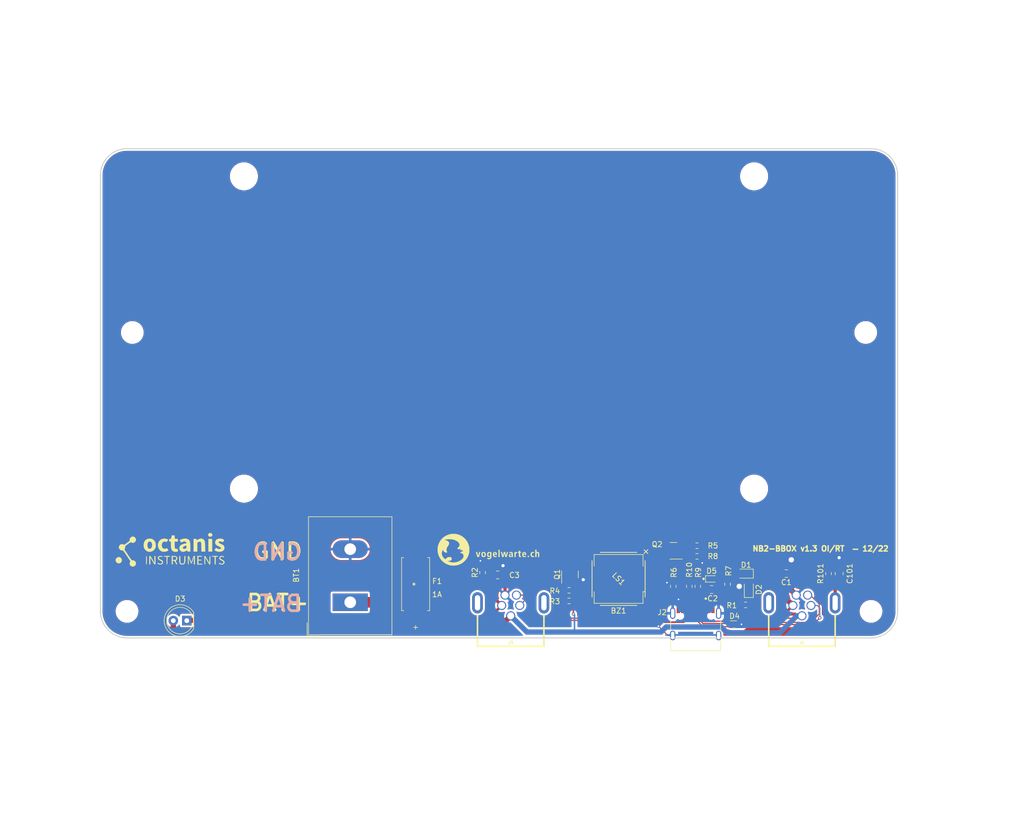
<source format=kicad_pcb>
(kicad_pcb (version 20211014) (generator pcbnew)
  (title_block (title "NB2-Battery Box") (date "2022-12-22") (rev "1.3") (company "Octanis Instruments GmbH"))
  (layers (0 "F.Cu" signal) (31 "B.Cu" signal) (34 "B.Paste" user) (35 "F.Paste" user) (36 "B.SilkS" user "B.Silkscreen") (37 "F.SilkS" user "F.Silkscreen") (38 "B.Mask" user) (39 "F.Mask" user) (44 "Edge.Cuts" user))
  (net 0 "")
  (net 1 "GND")
  (net 2 "+5V")
  (net 3 "USER_GPIO")
  (net 4 "BAT_IN")
  (net 5 "USB_PORT_D+")
  (net 6 "USB_PORT_D-")
  (net 7 "Net-(D2-Pad1)")
  (net 8 "Net-(J2-PadB5)")
  (net 10 "Net-(J2-PadA5)")
  (net 12 "Net-(D3-Pad1)")
  (net 13 "Net-(Q1-Pad1)")
  (net 14 "Net-(BZ1-Pad1)")
  (net 15 "Net-(BZ1-Pad2)")
  (net 16 "Net-(Q2-Pad2)")
  (net 17 "USB_PORT2_D-")
  (net 18 "USB_PORT2_D+")
  (net 19 "Earth")
  (net 20 "Net-(BT1-Pad1)")
  (footprint "MountingHole:MountingHole_3.5mm" (layer "F.Cu") (at 227.8195 116.395621)
    (fp_text reference "H2" hide)
    (fp_text value "MountingHole_Pad")
    (pad "" np_thru_hole circle locked (at 0 0) (size 3.5 3.5) (drill 3.5) (layers *.Cu *.Mask))
  )
  (footprint "lib_fp:VogelwarteLogo3" (layer "F.Cu") (at 155.8195 104.785621)
    (fp_text reference "LOGO1" hide)
    (fp_text value "Logo_Open_Hardware_Small" hide)
  )
  (footprint "lib_fp:M8-5pin_2.9mm_hole" (layer "F.Cu") (at 214.8195 115.285621)
    (fp_text reference "J1" (at 0 7) (layer "F.SilkS") (effects (font (size 0.5 0.5) (thickness 0.125))))
    (fp_text value "FC-M8-5")
    (pad "1" thru_hole circle locked (at -1.7 0) (size 1.7 1.7) (drill 1.3) (layers *.Cu *.Mask) (net 4 "BAT_IN"))
    (pad "2" thru_hole circle locked (at -1.075 -1.95) (size 1.7 1.7) (drill 1.3) (layers *.Cu *.Mask) (net 1 "GND"))
    (pad "3" thru_hole circle locked (at 1.7 0) (size 1.7 1.7) (drill 1.3) (layers *.Cu *.Mask) (net 6 "USB_PORT_D-"))
    (pad "4" thru_hole circle locked (at 1.075 -1.95) (size 1.7 1.7) (drill 1.3) (layers *.Cu *.Mask) (net 5 "USB_PORT_D+"))
    (pad "5" thru_hole circle locked (at 0 1.95) (size 1.7 1.7) (drill 1.3) (layers *.Cu *.Mask) (net 3 "USER_GPIO"))
    (pad "SH" thru_hole oval locked (at 6.25 -0.5) (size 2 4) (drill oval 1 2.9) (layers *.Cu *.Mask))
    (pad "SH" thru_hole oval locked (at -6.25 -0.5) (size 2 4) (drill oval 1 2.9) (layers *.Cu *.Mask))
  )
  (footprint "Capacitor_SMD:C_0805_2012Metric" (layer "F.Cu") (at 211.882 109.285621 180)
    (fp_text reference "C1" (at 0 -1.65) (layer "F.SilkS"))
    (fp_text value "10u")
    (pad "1" smd roundrect locked (at -0.9375 0 180) (size 0.975 1.4) (layers "F.Cu" "F.Paste" "F.Mask") (net 1 "GND"))
    (pad "2" smd roundrect locked (at 0.9375 0 180) (size 0.975 1.4) (layers "F.Cu" "F.Paste" "F.Mask") (net 4 "BAT_IN"))
  )
  (footprint "lib_fp_global:oi_logo_small" (layer "F.Cu") (at 95.8195 104.785621)
    (fp_text reference "G1" hide)
    (fp_text value "LOGO" hide)
  )
  (footprint "Capacitor_SMD:C_0805_2012Metric" (layer "F.Cu") (at 221.8195 109.285621 90)
    (fp_text reference "C101" (at 0 2 90) (layer "F.SilkS"))
    (fp_text value "DNP")
    (pad "1" smd roundrect locked (at -0.95 0 90) (size 1 1.45) (layers "F.Cu" "F.Paste" "F.Mask") (net 19 "Earth"))
    (pad "2" smd roundrect locked (at 0.95 0 90) (size 1 1.45) (layers "F.Cu" "F.Paste" "F.Mask") (net 1 "GND"))
  )
  (footprint "Resistor_SMD:R_0603_1608Metric" (layer "F.Cu") (at 204.2195 115.185621)
    (fp_text reference "R1" (at -2.6 0.1) (layer "F.SilkS"))
    (fp_text value "1k")
    (pad "1" smd roundrect locked (at -0.825 0) (size 0.8 0.95) (layers "F.Cu" "F.Paste" "F.Mask") (net 7 "Net-(D2-Pad1)"))
    (pad "2" smd roundrect locked (at 0.825 0) (size 0.8 0.95) (layers "F.Cu" "F.Paste" "F.Mask") (net 3 "USER_GPIO"))
  )
  (footprint "Package_TO_SOT_SMD:SOT-23" (layer "F.Cu") (at 171.1695 109.435621 90)
    (fp_text reference "Q1" (at 0 -2.4 90) (layer "F.SilkS"))
    (fp_text value "NMOS 30V 4A")
    (pad "1" smd roundrect locked (at -0.9375 -0.95 90) (size 1.475 0.6) (layers "F.Cu" "F.Paste" "F.Mask") (net 13 "Net-(Q1-Pad1)"))
    (pad "2" smd roundrect locked (at -0.9375 0.95 90) (size 1.475 0.6) (layers "F.Cu" "F.Paste" "F.Mask") (net 1 "GND"))
    (pad "3" smd roundrect locked (at 0.9375 0 90) (size 1.475 0.6) (layers "F.Cu" "F.Paste" "F.Mask") (net 15 "Net-(BZ1-Pad2)"))
  )
  (footprint "MountingHole:MountingHole_3.5mm" (layer "F.Cu") (at 226.8195 63.885621)
    (fp_text reference "H4" hide)
    (fp_text value "MountingHole_Pad")
    (pad "" np_thru_hole circle locked (at 0 0) (size 3.5 3.5) (drill 3.5) (layers *.Cu *.Mask))
  )
  (footprint "Package_TO_SOT_SMD:SOT-23" (layer "F.Cu") (at 190.632 104.985621 180)
    (fp_text reference "Q2" (at 3.0625 1.2) (layer "F.SilkS"))
    (fp_text value "PMOS 20V 3A")
    (pad "1" smd roundrect locked (at -0.9375 -0.95 180) (size 1.475 0.6) (layers "F.Cu" "F.Paste" "F.Mask") (net 2 "+5V"))
    (pad "2" smd roundrect locked (at -0.9375 0.95 180) (size 1.475 0.6) (layers "F.Cu" "F.Paste" "F.Mask") (net 16 "Net-(Q2-Pad2)"))
    (pad "3" smd roundrect locked (at 0.9375 0 180) (size 1.475 0.6) (layers "F.Cu" "F.Paste" "F.Mask") (net 14 "Net-(BZ1-Pad1)"))
  )
  (footprint "Capacitor_SMD:C_0805_2012Metric" (layer "F.Cu") (at 157.5695 109.535621 180)
    (fp_text reference "C3" (at -3.15 -0.05) (layer "F.SilkS"))
    (fp_text value "10u")
    (pad "1" smd roundrect locked (at -0.95 0 180) (size 1 1.45) (layers "F.Cu" "F.Paste" "F.Mask") (net 1 "GND"))
    (pad "2" smd roundrect locked (at 0.95 0 180) (size 1 1.45) (layers "F.Cu" "F.Paste" "F.Mask") (net 4 "BAT_IN"))
  )
  (footprint "Resistor_SMD:R_0603_1608Metric" (layer "F.Cu") (at 195.0695 104.035621 180)
    (fp_text reference "R5" (at -3 0) (layer "F.SilkS"))
    (fp_text value "0R")
    (pad "1" smd roundrect locked (at -0.825 0 180) (size 0.8 0.95) (layers "F.Cu" "F.Paste" "F.Mask") (net 4 "BAT_IN"))
    (pad "2" smd roundrect locked (at 0.825 0 180) (size 0.8 0.95) (layers "F.Cu" "F.Paste" "F.Mask") (net 16 "Net-(Q2-Pad2)"))
  )
  (footprint "MountingHole:MountingHole_4.5mm" (layer "F.Cu") (at 205.8195 93.285621)
    (fp_text reference "H5" hide)
    (fp_text value "MountingHole_Pad")
    (pad "" np_thru_hole circle locked (at 0 0) (size 4.5 4.5) (drill 4.5) (layers *.Cu *.Mask))
  )
  (footprint "MountingHole:MountingHole_3.5mm" (layer "F.Cu") (at 87.8195 116.395621)
    (fp_text reference "H8" hide)
    (fp_text value "MountingHole_Pad")
    (pad "" np_thru_hole circle locked (at 0 0) (size 3.5 3.5) (drill 3.5) (layers *.Cu *.Mask))
  )
  (footprint "MountingHole:MountingHole_4.5mm" (layer "F.Cu") (at 109.8195 93.285621)
    (fp_text reference "H7" hide)
    (fp_text value "MountingHole_Pad")
    (pad "" np_thru_hole circle locked (at 0 0) (size 4.5 4.5) (drill 4.5) (layers *.Cu *.Mask))
  )
  (footprint "LED_THT:LED_D5.0mm" (layer "F.Cu") (at 99.0695 118.135621 180)
    (fp_text reference "D3" (at 1.25 4.1) (layer "F.SilkS"))
    (fp_text value "Red LED")
    (pad "1" thru_hole rect locked (at 0 0 180) (size 1.8 1.8) (drill 0.9) (layers *.Cu *.Mask) (net 12 "Net-(D3-Pad1)"))
    (pad "2" thru_hole circle locked (at 2.54 0 180) (size 1.8 1.8) (drill 0.9) (layers *.Cu *.Mask) (net 3 "USER_GPIO"))
  )
  (footprint "Resistor_SMD:R_0603_1608Metric" (layer "F.Cu") (at 219.8195 109.285621 -90)
    (fp_text reference "R101" (at 0 1.5 90) (layer "F.SilkS"))
    (fp_text value "DNP")
    (pad "1" smd roundrect locked (at -0.825 0 270) (size 0.8 0.95) (layers "F.Cu" "F.Paste" "F.Mask") (net 1 "GND"))
    (pad "2" smd roundrect locked (at 0.825 0 270) (size 0.8 0.95) (layers "F.Cu" "F.Paste" "F.Mask") (net 19 "Earth"))
  )
  (footprint "Resistor_SMD:R_0603_1608Metric" (layer "F.Cu") (at 193.6195 111.685621 90)
    (fp_text reference "R10" (at 3.1 0 90) (layer "F.SilkS"))
    (fp_text value "DNP")
    (pad "1" smd roundrect locked (at -0.825 0 90) (size 0.8 0.95) (layers "F.Cu" "F.Paste" "F.Mask") (net 6 "USB_PORT_D-"))
    (pad "2" smd roundrect locked (at 0.825 0 90) (size 0.8 0.95) (layers "F.Cu" "F.Paste" "F.Mask") (net 17 "USB_PORT2_D-"))
  )
  (footprint "lib_fp:M8-5pin_2.9mm_hole" (layer "F.Cu") (at 160.0195 115.285621)
    (fp_text reference "J3" (at 0 7) (layer "F.SilkS") (effects (font (size 0.5 0.5) (thickness 0.125))))
    (fp_text value "FC-M8-5")
    (pad "1" thru_hole circle (at -1.7 0) (size 1.7 1.7) (drill 1.3) (layers *.Cu *.Mask) (net 4 "BAT_IN"))
    (pad "2" thru_hole circle (at -1.075 -1.95) (size 1.7 1.7) (drill 1.3) (layers *.Cu *.Mask) (net 1 "GND"))
    (pad "3" thru_hole circle (at 1.7 0) (size 1.7 1.7) (drill 1.3) (layers *.Cu *.Mask) (net 17 "USB_PORT2_D-"))
    (pad "4" thru_hole circle (at 1.075 -1.95) (size 1.7 1.7) (drill 1.3) (layers *.Cu *.Mask) (net 18 "USB_PORT2_D+"))
    (pad "5" thru_hole circle (at 0 1.95) (size 1.7 1.7) (drill 1.3) (layers *.Cu *.Mask) (net 3 "USER_GPIO"))
    (pad "SH" thru_hole oval (at -6.25 -0.5) (size 2 4) (drill oval 1 2.9) (layers *.Cu *.Mask))
    (pad "SH" thru_hole oval (at 6.25 -0.5) (size 2 4) (drill oval 1 2.9) (layers *.Cu *.Mask))
  )
  (footprint "TerminalBlock_Dinkle:TerminalBlock_Dinkle_DT-55-B01X-02_P10.00mm" (layer "F.Cu") (at 129.8195 114.685621 90)
    (fp_text reference "BT1" (at 5.08 -10.16 90) (layer "F.SilkS"))
    (fp_text value "Battery-4xNiMH")
    (pad "1" thru_hole rect locked (at 0 0 90) (size 3.3 6.6) (drill 2.2) (layers *.Cu *.Mask) (net 20 "Net-(BT1-Pad1)"))
    (pad "2" thru_hole oval locked (at 10 0 90) (size 3.3 6.6) (drill 2.2) (layers *.Cu *.Mask) (net 1 "GND"))
  )
  (footprint "Resistor_SMD:R_0603_1608Metric" (layer "F.Cu") (at 154.7195 109.085621 90)
    (fp_text reference "R2" (at 0 -1.43 90) (layer "F.SilkS"))
    (fp_text value "430R")
    (pad "1" smd roundrect locked (at -0.825 0 90) (size 0.8 0.95) (layers "F.Cu" "F.Paste" "F.Mask") (net 12 "Net-(D3-Pad1)"))
    (pad "2" smd roundrect locked (at 0.825 0 90) (size 0.8 0.95) (layers "F.Cu" "F.Paste" "F.Mask") (net 1 "GND"))
  )
  (footprint "MountingHole:MountingHole_3.5mm" (layer "F.Cu") (at 88.819499 63.885621)
    (fp_text reference "H6" hide)
    (fp_text value "MountingHole_Pad")
    (pad "" np_thru_hole circle locked (at 0 0) (size 3.5 3.5) (drill 3.5) (layers *.Cu *.Mask))
  )
  (footprint "Diode_SMD:D_SOD-323" (layer "F.Cu") (at 204.1695 109.285621 180)
    (fp_text reference "D1" (at -0.15 1.625) (layer "F.SilkS"))
    (fp_text value "DNP")
    (pad "1" smd rect locked (at -1.05 0 180) (size 0.6 0.45) (layers "F.Cu" "F.Paste" "F.Mask") (net 4 "BAT_IN"))
    (pad "2" smd rect locked (at 1.05 0 180) (size 0.6 0.45) (layers "F.Cu" "F.Paste" "F.Mask") (net 2 "+5V"))
  )
  (footprint "lib_fp:SMT-0931-S-R" (layer "F.Cu") (at 180.3195 110.285621 -45)
    (fp_text reference "LS1" (at 0 0 135) (layer "F.SilkS"))
    (fp_text value "SMT-0931-S-R")
    (pad "1" smd rect locked (at 0 -5.3594 315) (size 2 2) (layers "F.Cu" "F.Paste" "F.Mask") (net 14 "Net-(BZ1-Pad1)"))
    (pad "2" smd rect locked (at 5.3594 0 45) (size 2 2) (layers "F.Cu" "F.Paste" "F.Mask") (net 14 "Net-(BZ1-Pad1)"))
    (pad "3" smd rect locked (at 0 5.3594 315) (size 2 2) (layers "F.Cu" "F.Paste" "F.Mask") (net 15 "Net-(BZ1-Pad2)"))
    (pad "4" smd rect locked (at -5.3594 0 45) (size 2 2) (layers "F.Cu" "F.Paste" "F.Mask") (net 15 "Net-(BZ1-Pad2)"))
  )
  (footprint "Capacitor_SMD:C_0805_2012Metric" (layer "F.Cu") (at 197.8195 112.285621)
    (fp_text reference "C2" (at 0.2 1.7) (layer "F.SilkS"))
    (fp_text value "10u")
    (pad "1" smd roundrect locked (at -0.95 0) (size 1 1.45) (layers "F.Cu" "F.Paste" "F.Mask") (net 2 "+5V"))
    (pad "2" smd roundrect locked (at 0.95 0) (size 1 1.45) (layers "F.Cu" "F.Paste" "F.Mask") (net 1 "GND"))
  )
  (footprint "Buzzer_Beeper:Buzzer_CUI_CPT-9019S-SMT" (layer "F.Cu") (at 180.3195 110.285621 180)
    (fp_text reference "BZ1" (at 0 -6) (layer "F.SilkS"))
    (fp_text value "DNP")
    (pad "1" smd rect (at -4 0 180) (size 2 3) (layers "F.Cu" "F.Paste" "F.Mask") (net 14 "Net-(BZ1-Pad1)"))
    (pad "2" smd rect (at 4 0 180) (size 2 3) (layers "F.Cu" "F.Paste" "F.Mask") (net 15 "Net-(BZ1-Pad2)"))
  )
  (footprint "Resistor_SMD:R_0603_1608Metric" (layer "F.Cu") (at 195.2195 111.685621 90)
    (fp_text reference "R9" (at 2.6 0.1 90) (layer "F.SilkS"))
    (fp_text value "DNP")
    (pad "1" smd roundrect locked (at -0.825 0 90) (size 0.8 0.95) (layers "F.Cu" "F.Paste" "F.Mask") (net 5 "USB_PORT_D+"))
    (pad "2" smd roundrect locked (at 0.825 0 90) (size 0.8 0.95) (layers "F.Cu" "F.Paste" "F.Mask") (net 18 "USB_PORT2_D+"))
  )
  (footprint "Resistor_SMD:R_0603_1608Metric" (layer "F.Cu") (at 190.6195 111.685621 -90)
    (fp_text reference "R6" (at -2.6 -0.1 90) (layer "F.SilkS"))
    (fp_text value "5k1")
    (pad "1" smd roundrect locked (at -0.825 0 270) (size 0.8 0.95) (layers "F.Cu" "F.Paste" "F.Mask") (net 1 "GND"))
    (pad "2" smd roundrect locked (at 0.825 0 270) (size 0.8 0.95) (layers "F.Cu" "F.Paste" "F.Mask") (net 10 "Net-(J2-PadA5)"))
  )
  (footprint "Resistor_SMD:R_0603_1608Metric" (layer "F.Cu") (at 170.9945 114.435621 180)
    (fp_text reference "R3" (at 2.675 -0.1) (layer "F.SilkS"))
    (fp_text value "0R")
    (pad "1" smd roundrect locked (at -0.825 0 180) (size 0.8 0.95) (layers "F.Cu" "F.Paste" "F.Mask") (net 3 "USER_GPIO"))
    (pad "2" smd roundrect locked (at 0.825 0 180) (size 0.8 0.95) (layers "F.Cu" "F.Paste" "F.Mask") (net 13 "Net-(Q1-Pad1)"))
  )
  (footprint "lib_fp:USB_C_Receptacle_HRO_TYPE-C-31-M-12" (layer "F.Cu") (at 194.8195 119.885621)
    (fp_text reference "J2" (at -6.3 -3.3) (layer "F.SilkS"))
    (fp_text value "USB_C_Receptacle_USB2.0")
    (pad "" np_thru_hole circle locked (at -2.89 -2.63) (size 0.65 0.65) (drill 0.65) (layers *.Cu *.Mask))
    (pad "" np_thru_hole circle locked (at 2.89 -2.63) (size 0.65 0.65) (drill 0.65) (layers *.Cu *.Mask))
    (pad "A1" smd rect locked (at -3.25 -3.895) (size 0.6 1.45) (layers "F.Cu" "F.Paste" "F.Mask") (net 1 "GND"))
    (pad "A4" smd rect locked (at -2.45 -3.895) (size 0.6 1.45) (layers "F.Cu" "F.Paste" "F.Mask") (net 2 "+5V"))
    (pad "A5" smd rect locked (at -1.25 -3.895) (size 0.3 1.45) (layers "F.Cu" "F.Paste" "F.Mask") (net 10 "Net-(J2-PadA5)"))
    (pad "A6" smd rect locked (at -0.25 -3.895) (size 0.3 1.45) (layers "F.Cu" "F.Paste" "F.Mask") (net 5 "USB_PORT_D+"))
    (pad "A7" smd rect locked (at 0.25 -3.895) (size 0.3 1.45) (layers "F.Cu" "F.Paste" "F.Mask") (net 6 "USB_PORT_D-"))
    (pad "A8" smd rect locked (at 1.25 -3.895) (size 0.3 1.45) (layers "F.Cu" "F.Paste" "F.Mask"))
    (pad "A9" smd rect locked (at 2.45 -3.895) (size 0.6 1.45) (layers "F.Cu" "F.Paste" "F.Mask") (net 2 "+5V"))
    (pad "A12" smd rect locked (at 3.25 -3.895) (size 0.6 1.45) (layers "F.Cu" "F.Paste" "F.Mask") (net 1 "GND"))
    (pad "B1" smd rect locked (at 3.25 -3.895) (size 0.6 1.45) (layers "F.Cu" "F.Paste" "F.Mask") (net 1 "GND"))
    (pad "B4" smd rect locked (at 2.45 -3.895) (size 0.6 1.45) (layers "F.Cu" "F.Paste" "F.Mask") (net 2 "+5V"))
    (pad "B5" smd rect locked (at 1.75 -3.895) (size 0.3 1.45) (layers "F.Cu" "F.Paste" "F.Mask") (net 8 "Net-(J2-PadB5)"))
    (pad "B6" smd rect locked (at 0.75 -3.895) (size 0.3 1.45) (layers "F.Cu" "F.Paste" "F.Mask") (net 5 "USB_PORT_D+"))
    (pad "B7" smd rect locked (at -0.75 -3.895) (size 0.3 1.45) (layers "F.Cu" "F.Paste" "F.Mask") (net 6 "USB_PORT_D-"))
    (pad "B8" smd rect locked (at -1.75 -3.895) (size 0.3 1.45) (layers "F.Cu" "F.Paste" "F.Mask"))
    (pad "B9" smd rect locked (at -2.45 -3.895) (size 0.6 1.45) (layers "F.Cu" "F.Paste" "F.Mask") (net 2 "+5V"))
    (pad "B12" smd rect locked (at -3.25 -3.895) (size 0.6 1.45) (layers "F.Cu" "F.Paste" "F.Mask") (net 1 "GND"))
    (pad "S1" thru_hole oval locked (at 4.32 1.05) (size 1 1.8) (drill oval 0.6 1.4) (layers *.Cu *.Mask) (net 1 "GND"))
    (pad "S1" thru_hole oval locked (at -4.32 1.05) (size 1 1.8) (drill oval 0.6 1.4) (layers *.Cu *.Mask) (net 1 "GND"))
    (pad "S1" thru_hole oval locked (at 4.32 -3.13) (size 1 2.1) (drill oval 0.6 1.7) (layers *.Cu *.Mask) (net 1 "GND"))
    (pad "S1" thru_hole oval locked (at -4.32 -3.13) (size 1 2.1) (drill oval 0.6 1.7) (layers *.Cu *.Mask) (net 1 "GND"))
  )
  (footprint "MountingHole:MountingHole_4.5mm" (layer "F.Cu") (at 205.8195 34.485621)
    (fp_text reference "H1" hide)
    (fp_text value "MountingHole_Pad")
    (pad "" np_thru_hole circle locked (at 0 0) (size 4.5 4.5) (drill 4.5) (layers *.Cu *.Mask))
  )
  (footprint "Diode_SMD:D_SOD-523" (layer "F.Cu") (at 197.8195 110.285621)
    (fp_text reference "D5" (at 0 -1.5) (layer "F.SilkS"))
    (fp_text value "TVS DIODE 12V 23.7V")
    (pad "1" smd rect locked (at -0.7 0 180) (size 0.6 0.7) (layers "F.Cu" "F.Paste" "F.Mask") (net 2 "+5V"))
    (pad "2" smd rect locked (at 0.7 0 180) (size 0.6 0.7) (layers "F.Cu" "F.Paste" "F.Mask") (net 1 "GND"))
  )
  (footprint "Diode_SMD:D_SOD-323" (layer "F.Cu") (at 204.8195 112.285621 90)
    (fp_text reference "D2" (at 0 1.9 90) (layer "F.SilkS"))
    (fp_text value "schottky")
    (pad "1" smd rect locked (at -1.05 0 90) (size 0.6 0.45) (layers "F.Cu" "F.Paste" "F.Mask") (net 7 "Net-(D2-Pad1)"))
    (pad "2" smd rect locked (at 1.05 0 90) (size 0.6 0.45) (layers "F.Cu" "F.Paste" "F.Mask") (net 2 "+5V"))
  )
  (footprint "Resistor_SMD:R_0603_1608Metric" (layer "F.Cu") (at 170.9945 112.435621)
    (fp_text reference "R4" (at -2.675 0.1) (layer "F.SilkS"))
    (fp_text value "5k1")
    (pad "1" smd roundrect locked (at -0.825 0) (size 0.8 0.95) (layers "F.Cu" "F.Paste" "F.Mask") (net 13 "Net-(Q1-Pad1)"))
    (pad "2" smd roundrect locked (at 0.825 0) (size 0.8 0.95) (layers "F.Cu" "F.Paste" "F.Mask") (net 1 "GND"))
  )
  (footprint "lib_fp:0154001.DR" (layer "F.Cu") (at 142.1295 111.265621 90)
    (fp_text reference "F1" (at 0.54 4.04 180) (layer "F.SilkS"))
    (fp_text value "1A" (at -1.94 4.02 180) (layer "F.SilkS"))
    (fp_text user "*" (at 0 0 90) (layer "F.SilkS"))
    (pad "1" smd rect locked (at -3.1877 0 90) (size 4.2418 3.81) (layers "F.Cu" "F.Paste" "F.Mask") (net 20 "Net-(BT1-Pad1)"))
    (pad "2" smd rect locked (at 3.1877 0 90) (size 4.2418 3.81) (layers "F.Cu" "F.Paste" "F.Mask") (net 4 "BAT_IN"))
  )
  (footprint "Resistor_SMD:R_0603_1608Metric" (layer "F.Cu") (at 195.0695 106.035621)
    (fp_text reference "R8" (at 3 0) (layer "F.SilkS"))
    (fp_text value "5k1")
    (pad "1" smd roundrect locked (at -0.825 0) (size 0.8 0.95) (layers "F.Cu" "F.Paste" "F.Mask") (net 2 "+5V"))
    (pad "2" smd roundrect locked (at 0.825 0) (size 0.8 0.95) (layers "F.Cu" "F.Paste" "F.Mask") (net 1 "GND"))
  )
  (footprint "MountingHole:MountingHole_4.5mm" (layer "F.Cu") (at 109.8195 34.485621)
    (fp_text reference "H3" hide)
    (fp_text value "MountingHole_Pad")
    (pad "" np_thru_hole circle locked (at 0 0) (size 4.5 4.5) (drill 4.5) (layers *.Cu *.Mask))
  )
  (footprint "Resistor_SMD:R_0603_1608Metric" (layer "F.Cu") (at 200.8195 111.285621 -90)
    (fp_text reference "R7" (at -2.5 -0.2 90) (layer "F.SilkS"))
    (fp_text value "5k1")
    (pad "1" smd roundrect locked (at -0.825 0 270) (size 0.8 0.95) (layers "F.Cu" "F.Paste" "F.Mask") (net 1 "GND"))
    (pad "2" smd roundrect locked (at 0.825 0 270) (size 0.8 0.95) (layers "F.Cu" "F.Paste" "F.Mask") (net 8 "Net-(J2-PadB5)"))
  )
  (footprint "Package_TO_SOT_SMD:SOT-723" (layer "F.Cu") (at 202.0445 118.885621)
    (fp_text reference "D4" (at 0.1 -1.6) (layer "F.SilkS"))
    (fp_text value "DNP")
    (pad "1" smd rect locked (at -0.575 -0.4) (size 0.45 0.4) (layers "F.Cu" "F.Paste" "F.Mask") (net 5 "USB_PORT_D+"))
    (pad "2" smd rect locked (at -0.575 0.4) (size 0.45 0.4) (layers "F.Cu" "F.Paste" "F.Mask") (net 6 "USB_PORT_D-"))
    (pad "3" smd rect locked (at 0.575 0) (size 0.45 0.5) (layers "F.Cu" "F.Paste" "F.Mask") (net 1 "GND"))
  )
  (gr_line (start 227.8195 121.395621) (end 87.8195 121.395621) (layer "Edge.Cuts") (width 0.2))
  (gr_line (start 232.8195 34.285621) (end 232.8195 116.395621) (layer "Edge.Cuts") (width 0.2))
  (gr_line (start 82.8195 116.395621) (end 82.8195 34.285621) (layer "Edge.Cuts") (width 0.2))
  (gr_arc (start 82.8195 34.285621) (mid 84.283966 30.750087) (end 87.8195 29.285621) (layer "Edge.Cuts") (width 0.2))
  (gr_arc (start 232.8195 116.395621) (mid 231.355034 119.931155) (end 227.8195 121.395621) (layer "Edge.Cuts") (width 0.2))
  (gr_arc (start 227.8195 29.285621) (mid 231.355034 30.750087) (end 232.8195 34.285621) (layer "Edge.Cuts") (width 0.2))
  (gr_arc (start 87.8195 121.395621) (mid 84.283966 119.931155) (end 82.8195 116.395621) (layer "Edge.Cuts") (width 0.2))
  (gr_line (start 87.8195 29.285621) (end 227.8195 29.285621) (layer "Edge.Cuts") (width 0.2))
  (gr_text "GND\n\nBAT+" (at 120.9695 110.085621) (layer "B.SilkS") (effects (font (size 3 3) (thickness 0.5)) (justify left mirror)))
  (gr_text "." (at 197.3245 113.995621 270) (layer "F.SilkS") (effects (font (size 1.5 1.5) (thickness 0.3))))
  (gr_text "NB2-BBOX v1.3 OI/RT  — 12/22\n" (at 218.3195 104.585621) (layer "F.SilkS") (effects (font (size 1 1) (thickness 0.25))))
  (gr_text "." (at 196.2945 109.660621) (layer "F.SilkS") (effects (font (size 1.5 1.5) (thickness 0.3))))
  (gr_text "GND\n\nBAT+" (at 116.1945 109.935621) (layer "F.SilkS") (effects (font (size 3 3) (thickness 0.5))))
  (segment (start 202.6195 118.885621) (end 203.394511 118.885621) (width 0.2) (layer "F.Cu") (net 1))
  (segment (start 203.394511 118.885621) (end 203.4445 118.835632) (width 0.2) (layer "F.Cu") (net 1))
  (segment (start 198.0695 112.985621) (end 198.7695 112.285621) (width 0.3) (layer "F.Cu") (net 1))
  (segment (start 173.607 110.373121) (end 173.6695 110.435621) (width 0.5) (layer "F.Cu") (net 1))
  (segment (start 189.5695 120.935621) (end 187.8195 119.185621) (width 0.2) (layer "F.Cu") (net 1))
  (segment (start 212.8195 109.285621) (end 212.8195 106.685621) (width 1) (layer "F.Cu") (net 1))
  (segment (start 171.8195 112.435621) (end 171.8195 110.673121) (width 0.5) (layer "F.Cu") (net 1))
  (segment (start 171.8195 110.673121) (end 172.1195 110.373121) (width 0.5) (layer "F.Cu") (net 1))
  (segment (start 195.8945 106.035621) (end 195.8945 107.110621) (width 0.2) (layer "F.Cu") (net 1))
  (segment (start 221.8195 108.335621) (end 221.8195 106.285621) (width 0.6) (layer "F.Cu") (net 1))
  (segment (start 158.9445 109.960621) (end 158.5195 109.535621) (width 0.6) (layer "F.Cu") (net 1))
  (segment (start 195.8945 107.110621) (end 196.0695 107.285621) (width 0.2) (layer "F.Cu") (net 1))
  (segment (start 190.4995 120.935621) (end 189.5695 120.935621) (width 0.2) (layer "F.Cu") (net 1))
  (segment (start 190.6195 110.860621) (end 189.5445 110.860621) (width 0.2) (layer "F.Cu") (net 1))
  (segment (start 200.6445 110.285621) (end 200.8195 110.460621) (width 1) (layer "F.Cu") (net 1))
  (segment (start 212.8195 109.285621) (end 212.8195 112.410621) (width 1) (layer "F.Cu") (net 1))
  (segment (start 198.669509 110.43563) (end 198.5195 110.43563) (width 1) (layer "F.Cu") (net 1))
  (segment (start 191.5695 115.990621) (end 191.5695 114.160621) (width 0.3) (layer "F.Cu") (net 1))
  (segment (start 189.5445 110.860621) (end 189.4195 110.985621) (width 0.2) (layer "F.Cu") (net 1))
  (segment (start 158.9445 113.335621) (end 158.9445 109.960621) (width 0.6) (layer "F.Cu") (net 1))
  (segment (start 172.1195 110.373121) (end 173.607 110.373121) (width 0.5) (layer "F.Cu") (net 1))
  (segment (start 212.8195 112.410621) (end 213.7445 113.335621) (width 1) (layer "F.Cu") (net 1))
  (segment (start 154.4195 108.260621) (end 154.4195 106.985621) (width 0.2) (layer "F.Cu") (net 1))
  (segment (start 191.5695 114.160621) (end 191.5945 114.135621) (width 0.3) (layer "F.Cu") (net 1))
  (segment (start 198.0695 115.990621) (end 198.0695 112.985621) (width 0.3) (layer "F.Cu") (net 1))
  (segment (start 198.5195 110.285621) (end 200.6445 110.285621) (width 1) (layer "F.Cu") (net 1))
  (segment (start 198.7695 112.285621) (end 198.7695 110.535621) (width 1) (layer "F.Cu") (net 1))
  (segment (start 219.9445 108.335621) (end 219.8195 108.460621) (width 0.6) (layer "F.Cu") (net 1))
  (segment (start 158.5195 107.835621) (end 158.5695 107.785621) (width 0.6) (layer "F.Cu") (net 1))
  (segment (start 201.7945 110.460621) (end 203.0195 111.685621) (width 1) (layer "F.Cu") (net 1))
  (segment (start 221.8195 108.335621) (end 219.9445 108.335621) (width 0.6) (layer "F.Cu") (net 1))
  (segment (start 200.8195 110.460621) (end 201.7945 110.460621) (width 1) (layer "F.Cu") (net 1))
  (segment (start 154.4195 106.985621) (end 154.3195 106.885621) (width 0.2) (layer "F.Cu") (net 1))
  (segment (start 158.5195 109.535621) (end 158.5195 107.835621) (width 0.6) (layer "F.Cu") (net 1))
  (segment (start 198.7695 110.535621) (end 198.669509 110.43563) (width 1) (layer "F.Cu") (net 1))
  (via (at 203.0195 111.685621) (size 1.6) (drill 1) (layers "F.Cu" "B.Cu") (net 1))
  (via (at 203.4445 118.835632) (size 0.6) (drill 0.3) (layers "F.Cu" "B.Cu") (net 1))
  (via (at 189.4195 110.985621) (size 0.6) (drill 0.3) (layers "F.Cu" "B.Cu") (net 1))
  (via (at 173.6695 110.435621) (size 1) (drill 0.6) (layers "F.Cu" "B.Cu") (net 1))
  (via (at 196.0695 107.285621) (size 0.6) (drill 0.3) (layers "F.Cu" "B.Cu") (net 1))
  (via (at 187.8195 119.185621) (size 0.6) (drill 0.3) (layers "F.Cu" "B.Cu") (net 1))
  (via (at 154.3195 106.885621) (size 0.6) (drill 0.3) (layers "F.Cu" "B.Cu") (net 1))
  (via (at 191.5945 114.135621) (size 0.6) (drill 0.3) (layers "F.Cu" "B.Cu") (net 1))
  (via (at 212.8195 106.685621) (size 1.6) (drill 1) (layers "F.Cu" "B.Cu") (net 1))
  (via (at 221.8195 106.285621) (size 1) (drill 0.6) (layers "F.Cu" "B.Cu") (net 1))
  (via (at 158.5695 107.785621) (size 1) (drill 0.6) (layers "F.Cu" "B.Cu") (net 1))
  (segment (start 191.5695 105.935621) (end 194.1445 105.935621) (width 0.2) (layer "F.Cu") (net 2))
  (segment (start 192.3695 112.135621) (end 192.8195 111.685621) (width 0.3) (layer "F.Cu") (net 2))
  (segment (start 204.8195 110.985621) (end 204.8195 111.235621) (width 0.2) (layer "F.Cu") (net 2))
  (segment (start 197.2695 114.385621) (end 196.7945 113.910621) (width 0.3) (layer "F.Cu") (net 2))
  (segment (start 203.1195 109.285621) (end 204.8195 110.985621) (width 0.2) (layer "F.Cu") (net 2))
  (segment (start 192.3695 115.990621) (end 192.3695 112.135621) (width 0.3) (layer "F.Cu") (net 2))
  (segment (start 194.2445 106.035621) (end 194.2445 107.460621) (width 0.2) (layer "F.Cu") (net 2))
  (segment (start 194.2445 107.460621) (end 197.0695 110.285621) (width 0.2) (layer "F.Cu") (net 2))
  (segment (start 197.1195 112.035621) (end 196.8695 112.285621) (width 1) (layer "F.Cu") (net 2))
  (segment (start 192.8195 111.685621) (end 196.2695 111.685621) (width 0.3) (layer "F.Cu") (net 2))
  (segment (start 197.1195 110.285621) (end 197.1195 112.035621) (width 1) (layer "F.Cu") (net 2))
  (segment (start 196.2695 111.685621) (end 196.8695 112.285621) (width 0.3) (layer "F.Cu") (net 2))
  (segment (start 197.1195 109.636599) (end 197.1195 110.285621) (width 1) (layer "F.Cu") (net 2))
  (segment (start 197.0695 110.285621) (end 197.1195 110.285621) (width 0.2) (layer "F.Cu") (net 2))
  (segment (start 197.2695 115.990621) (end 197.2695 114.385621) (width 0.3) (layer "F.Cu") (net 2))
  (segment (start 194.1445 105.935621) (end 194.2445 106.035621) (width 0.2) (layer "F.Cu") (net 2))
  (segment (start 196.8695 112.285621) (end 196.8695 113.835621) (width 1) (layer "F.Cu") (net 2))
  (segment (start 203.1195 109.285621) (end 202.5195 108.685621) (width 1) (layer "F.Cu") (net 2))
  (segment (start 202.5195 108.685621) (end 198.070478 108.685621) (width 1) (layer "F.Cu") (net 2))
  (segment (start 198.070478 108.685621) (end 197.1195 109.636599) (width 1) (layer "F.Cu") (net 2))
  (segment (start 96.5295 119.408413) (end 96.5295 118.135621) (width 1) (layer "F.Cu") (net 3))
  (segment (start 171.8195 114.435621) (end 171.8195 116.885621) (width 0.3) (layer "F.Cu") (net 3))
  (segment (start 157.3695 119.885621) (end 97.006708 119.885621) (width 1) (layer "F.Cu") (net 3))
  (segment (start 205.0445 115.185621) (end 205.0445 116.110621) (width 0.2) (layer "F.Cu") (net 3))
  (segment (start 160.0195 117.235621) (end 157.3695 119.885621) (width 1) (layer "F.Cu") (net 3))
  (segment (start 97.006708 119.885621) (end 96.5295 119.408413) (width 1) (layer "F.Cu") (net 3))
  (segment (start 205.0445 116.110621) (end 206.6195 117.685621) (width 0.2) (layer "F.Cu") (net 3))
  (segment (start 214.3695 117.685621) (end 214.8195 117.235621) (width 0.2) (layer "F.Cu") (net 3))
  (segment (start 206.6195 117.685621) (end 214.3695 117.685621) (width 0.2) (layer "F.Cu") (net 3))
  (via (at 171.8195 116.885621) (size 0.6) (drill 0.3) (layers "F.Cu" "B.Cu") (net 3))
  (segment (start 163.0695 120.285621) (end 160.0195 117.235621) (width 1) (layer "B.Cu") (net 3))
  (segment (start 213.8695 117.235621) (end 210.6695 120.435621) (width 1) (layer "B.Cu") (net 3))
  (segment (start 200.735877 120.435621) (end 199.636357 119.336101) (width 1) (layer "B.Cu") (net 3))
  (segment (start 172.0195 120.385621) (end 172.0195 117.085621) (width 0.3) (layer "B.Cu") (net 3))
  (segment (start 199.636357 119.336101) (end 189.26902 119.336101) (width 1) (layer "B.Cu") (net 3))
  (segment (start 189.26902 119.336101) (end 188.3195 120.285621) (width 1) (layer "B.Cu") (net 3))
  (segment (start 214.8195 117.235621) (end 213.8695 117.235621) (width 1) (layer "B.Cu") (net 3))
  (segment (start 188.3195 120.285621) (end 163.0695 120.285621) (width 1) (layer "B.Cu") (net 3))
  (segment (start 210.6695 120.435621) (end 200.735877 120.435621) (width 1) (layer "B.Cu") (net 3))
  (segment (start 172.0195 117.085621) (end 171.8195 116.885621) (width 0.3) (layer "B.Cu") (net 3))
  (segment (start 195.8945 104.035621) (end 195.8945 101.960621) (width 0.8) (layer "F.Cu") (net 4))
  (segment (start 158.3195 115.285621) (end 156.6195 113.585621) (width 0.6) (layer "F.Cu") (net 4))
  (segment (start 203.4445 101.785621) (end 196.0695 101.785621) (width 1) (layer "F.Cu") (net 4))
  (segment (start 195.8945 101.960621) (end 196.0695 101.785621) (width 0.8) (layer "F.Cu") (net 4))
  (segment (start 156.6195 113.585621) (end 156.6195 109.535621) (width 0.6) (layer "F.Cu") (net 4))
  (segment (start 210.9445 113.110621) (end 210.9445 109.285621) (width 1) (layer "F.Cu") (net 4))
  (segment (start 142.7195 101.785621) (end 183.3195 101.785621) (width 1) (layer "F.Cu") (net 4))
  (segment (start 213.1195 115.285621) (end 210.9445 113.110621) (width 1) (layer "F.Cu") (net 4))
  (segment (start 210.9445 109.285621) (end 205.2195 109.285621) (width 1) (layer "F.Cu") (net 4))
  (segment (start 196.0695 101.785621) (end 183.3195 101.785621) (width 1) (layer "F.Cu") (net 4))
  (segment (start 202.344489 118.236121) (end 203.97 118.236121) (width 0.2) (layer "F.Cu") (net 5))
  (segment (start 195.5695 114.635621) (end 195.2195 114.285621) (width 0.2) (layer "F.Cu") (net 5))
  (segment (start 201.4695 118.485621) (end 202.094989 118.485621) (width 0.2) (layer "F.Cu") (net 5))
  (segment (start 202.094989 118.485621) (end 202.344489 118.236121) (width 0.2) (layer "F.Cu") (net 5))
  (segment (start 216.4695 118.485621) (end 218.0695 116.885621) (width 0.2) (layer "F.Cu") (net 5))
  (segment (start 194.9695 117.364643) (end 195.1695 117.364643) (width 0.2) (layer "F.Cu") (net 5))
  (segment (start 203.97 118.236121) (end 204.2195 118.485621) (width 0.2) (layer "F.Cu") (net 5))
  (segment (start 204.2195 118.485621) (end 216.4695 118.485621) (width 0.2) (layer "F.Cu") (net 5))
  (segment (start 216.3945 113.335621) (end 215.8945 113.335621) (width 0.2) (layer "F.Cu") (net 5))
  (segment (start 195.1695 117.364643) (end 195.1695 117.670615) (width 0.2) (layer "F.Cu") (net 5))
  (segment (start 196.184986 118.686101) (end 201.19402 118.686101) (width 0.2) (layer "F.Cu") (net 5))
  (segment (start 201.3945 118.485621) (end 201.4695 118.485621) (width 0.2) (layer "F.Cu") (net 5))
  (segment (start 195.1695 117.364643) (end 195.5695 116.964643) (width 0.2) (layer "F.Cu") (net 5))
  (segment (start 218.0695 116.885621) (end 218.0695 115.010621) (width 0.2) (layer "F.Cu") (net 5))
  (segment (start 195.5695 116.964643) (end 195.5695 115.990621) (width 0.2) (layer "F.Cu") (net 5))
  (segment (start 195.1695 117.670615) (end 196.184986 118.686101) (width 0.2) (layer "F.Cu") (net 5))
  (segment (start 201.19402 118.686101) (end 201.3945 118.485621) (width 0.2) (layer "F.Cu") (net 5))
  (segment (start 195.5695 115.990621) (end 195.5695 114.635621) (width 0.2) (layer "F.Cu") (net 5))
  (segment (start 194.5695 115.990621) (end 194.5695 116.964643) (width 0.2) (layer "F.Cu") (net 5))
  (segment (start 218.0695 115.010621) (end 216.3945 113.335621) (width 0.2) (layer "F.Cu") (net 5))
  (segment (start 194.5695 116.964643) (end 194.9695 117.364643) (width 0.2) (layer "F.Cu") (net 5))
  (segment (start 195.2195 114.285621) (end 195.2195 112.510621) (width 0.2) (layer "F.Cu") (net 5))
  (segment (start 194.0695 117.135621) (end 196.2195 119.285621) (width 0.2) (layer "F.Cu") (net 6))
  (segment (start 196.2195 119.285621) (end 201.4695 119.285621) (width 0.2) (layer "F.Cu") (net 6))
  (segment (start 194.5445 114.685621) (end 194.0695 115.160621) (width 0.2) (layer "F.Cu") (net 6))
  (segment (start 194.738522 114.685621) (end 194.738522 113.629643) (width 0.2) (layer "F.Cu") (net 6))
  (segment (start 216.917322 118.885621) (end 218.193411 117.609532) (width 0.2) (layer "F.Cu") (net 6))
  (segment (start 194.738522 114.685621) (end 194.5445 114.685621) (width 0.2) (layer "F.Cu") (net 6))
  (segment (start 195.0695 115.990621) (end 195.0695 115.016599) (width 0.2) (layer "F.Cu") (net 6))
  (segment (start 194.738522 113.629643) (end 193.6195 112.510621) (width 0.2) (layer "F.Cu") (net 6))
  (segment (start 194.0695 115.990621) (end 194.0695 117.135621) (width 0.2) (layer "F.Cu") (net 6))
  (segment (start 194.0695 115.160621) (end 194.0695 115.990621) (width 0.2) (layer "F.Cu") (net 6))
  (segment (start 195.0695 115.016599) (end 194.738522 114.685621) (width 0.2) (layer "F.Cu") (net 6))
  (segment (start 201.619011 119.435132) (end 203.719989 119.435132) (width 0.2) (layer "F.Cu") (net 6))
  (segment (start 203.719989 119.435132) (end 204.2695 118.885621) (width 0.2) (layer "F.Cu") (net 6))
  (segment (start 204.2695 118.885621) (end 216.917322 118.885621) (width 0.2) (layer "F.Cu") (net 6))
  (segment (start 201.4695 119.285621) (end 201.619011 119.435132) (width 0.2) (layer "F.Cu") (net 6))
  (via (at 218.193411 117.609532) (size 0.6) (drill 0.3) (layers "F.Cu" "B.Cu") (net 6))
  (segment (start 218.193411 115.759532) (end 217.7195 115.285621) (width 0.2) (layer "B.Cu") (net 6))
  (segment (start 218.193411 117.609532) (end 218.193411 115.759532) (width 0.2) (layer "B.Cu") (net 6))
  (segment (start 217.7195 115.285621) (end 216.5195 115.285621) (width 0.2) (layer "B.Cu") (net 6))
  (segment (start 204.8195 113.335621) (end 204.8195 113.760621) (width 0.3) (layer "F.Cu") (net 7))
  (segment (start 204.8195 113.760621) (end 203.3945 115.185621) (width 0.3) (layer "F.Cu") (net 7))
  (segment (start 196.5695 118.035621) (end 196.5695 115.990621) (width 0.2) (layer "F.Cu") (net 8))
  (segment (start 200.8195 117.460621) (end 200.0445 118.235621) (width 0.2) (layer "F.Cu") (net 8))
  (segment (start 200.0445 118.235621) (end 196.7695 118.235621) (width 0.2) (layer "F.Cu") (net 8))
  (segment (start 196.7695 118.235621) (end 196.5695 118.035621) (width 0.2) (layer "F.Cu") (net 8))
  (segment (start 200.8195 112.110621) (end 200.8195 117.460621) (width 0.2) (layer "F.Cu") (net 8))
  (segment (start 190.6195 113.885621) (end 188.7695 115.735621) (width 0.3) (layer "F.Cu") (net 10))
  (segment (start 188.7695 115.735621) (end 188.7695 118.235621) (width 0.3) (layer "F.Cu") (net 10))
  (segment (start 188.9695 118.435621) (end 192.5945 118.435621) (width 0.3) (layer "F.Cu") (net 10))
  (segment (start 192.5945 118.435621) (end 193.5695 117.460621) (width 0.3) (layer "F.Cu") (net 10))
  (segment (start 190.6195 112.510621) (end 190.6195 113.885621) (width 0.3) (layer "F.Cu") (net 10))
  (segment (start 188.7695 118.235621) (end 188.9695 118.435621) (width 0.3) (layer "F.Cu") (net 10))
  (segment (start 193.5695 117.460621) (end 193.5695 115.990621) (width 0.3) (layer "F.Cu") (net 10))
  (segment (start 154.4195 110.185621) (end 146.5195 118.085621) (width 1) (layer "F.Cu") (net 12))
  (segment (start 154.4195 109.910621) (end 154.4195 110.185621) (width 1) (layer "F.Cu") (net 12))
  (segment (start 99.1195 118.085621) (end 99.0695 118.135621) (width 1) (layer "F.Cu") (net 12))
  (segment (start 146.5195 118.085621) (end 99.1195 118.085621) (width 1) (layer "F.Cu") (net 12))
  (segment (start 170.1695 112.435621) (end 170.1695 110.423121) (width 0.3) (layer "F.Cu") (net 13))
  (segment (start 170.1695 114.435621) (end 170.1695 112.435621) (width 0.3) (layer "F.Cu") (net 13))
  (segment (start 170.1695 110.423121) (end 170.2195 110.373121) (width 0.3) (layer "F.Cu") (net 13))
  (segment (start 184.109168 106.495953) (end 184.8195 105.785621) (width 0.6) (layer "F.Cu") (net 14))
  (segment (start 184.109168 106.495953) (end 184.109168 110.075289) (width 0.6) (layer "F.Cu") (net 14))
  (segment (start 184.3195 110.285621) (end 184.3195 113.864957) (width 0.6) (layer "F.Cu") (net 14))
  (segment (start 184.3195 113.864957) (end 184.109168 114.075289) (width 0.6) (layer "F.Cu") (net 14))
  (segment (start 184.8195 105.785621) (end 188.8945 105.785621) (width 0.6) (layer "F.Cu") (net 14))
  (segment (start 188.8945 105.785621) (end 189.6945 104.985621) (width 0.6) (layer "F.Cu") (net 14))
  (segment (start 184.109168 110.075289) (end 184.3195 110.285621) (width 0.6) (layer "F.Cu") (net 14))
  (segment (start 176.3195 110.285621) (end 176.3195 113.864957) (width 0.6) (layer "F.Cu") (net 15))
  (segment (start 176.529832 110.075289) (end 176.3195 110.285621) (width 0.6) (layer "F.Cu") (net 15))
  (segment (start 176.529832 106.495953) (end 176.529832 110.075289) (width 0.6) (layer "F.Cu") (net 15))
  (segment (start 174.532 108.498121) (end 176.3195 110.285621) (width 0.6) (layer "F.Cu") (net 15))
  (segment (start 176.3195 113.864957) (end 176.529832 114.075289) (width 0.6) (layer "F.Cu") (net 15))
  (segment (start 171.1695 108.498121) (end 174.532 108.498121) (width 0.6) (layer "F.Cu") (net 15))
  (segment (start 191.5695 104.035621) (end 194.2445 104.035621) (width 0.8) (layer "F.Cu") (net 16))
  (segment (start 164.7195 118.085621) (end 163.7945 117.160621) (width 0.2) (layer "F.Cu") (net 17))
  (segment (start 193.6195 110.860621) (end 193.6195 109.897018) (width 0.2) (layer "F.Cu") (net 17))
  (segment (start 162.8945 114.110621) (end 161.7195 115.285621) (width 0.2) (layer "F.Cu") (net 17))
  (segment (start 193.6195 109.897018) (end 193.433103 109.710621) (width 0.2) (layer "F.Cu") (net 17))
  (segment (start 188.6445 110.778821) (end 188.6445 114.578821) (width 0.2) (layer "F.Cu") (net 17))
  (segment (start 188.6445 114.578821) (end 185.1377 118.085621) (width 0.2) (layer "F.Cu") (net 17))
  (segment (start 189.7127 109.710621) (end 188.6445 110.778821) (width 0.2) (layer "F.Cu") (net 17))
  (segment (start 193.433103 109.710621) (end 189.7127 109.710621) (width 0.2) (layer "F.Cu") (net 17))
  (segment (start 163.7945 114.578821) (end 163.3263 114.110621) (width 0.2) (layer "F.Cu") (net 17))
  (segment (start 163.3263 114.110621) (end 162.8945 114.110621) (width 0.2) (layer "F.Cu") (net 17))
  (segment (start 163.7945 117.160621) (end 163.7945 114.578821) (width 0.2) (layer "F.Cu") (net 17))
  (segment (start 185.1377 118.085621) (end 164.7195 118.085621) (width 0.2) (layer "F.Cu") (net 17))
  (segment (start 184.900811 117.68611) (end 164.884983 117.68611) (width 0.2) (layer "F.Cu") (net 18))
  (segment (start 164.2445 117.045627) (end 164.2445 114.392421) (width 0.2) (layer "F.Cu") (net 18))
  (segment (start 164.884983 117.68611) (end 164.2445 117.045627) (width 0.2) (layer "F.Cu") (net 18))
  (segment (start 164.2445 114.392421) (end 163.1877 113.335621) (width 0.2) (layer "F.Cu") (net 18))
  (segment (start 188.1945 114.392421) (end 184.900811 117.68611) (width 0.2) (layer "F.Cu") (net 18))
  (segment (start 189.5263 109.260621) (end 188.1945 110.592421) (width 0.2) (layer "F.Cu") (net 18))
  (segment (start 195.2195 110.860621) (end 193.6195 109.260621) (width 0.2) (layer "F.Cu") (net 18))
  (segment (start 188.1945 110.592421) (end 188.1945 114.392421) (width 0.2) (layer "F.Cu") (net 18))
  (segment (start 193.6195 109.260621) (end 189.5263 109.260621) (width 0.2) (layer "F.Cu") (net 18))
  (segment (start 163.1877 113.335621) (end 161.0945 113.335621) (width 0.2) (layer "F.Cu") (net 18))
  (segment (start 219.8195 110.285621) (end 220.5195 110.985621) (width 0.6) (layer "F.Cu") (net 19))
  (segment (start 220.5195 110.985621) (end 221.0695 110.985621) (width 0.6) (layer "F.Cu") (net 19))
  (segment (start 221.0695 114.785621) (end 221.0695 110.985621) (width 0.6) (layer "F.Cu") (net 19))
  (segment (start 219.8195 110.110621) (end 219.8195 110.285621) (width 0.6) (layer "F.Cu") (net 19))
  (segment (start 221.0695 110.985621) (end 221.8195 110.235621) (width 0.6) (layer "F.Cu") (net 19))
  (segment (start 141.8972 114.685621) (end 142.1295 114.453321) (width 2) (layer "F.Cu") (net 20))
  (segment (start 129.8195 114.685621) (end 141.8972 114.685621) (width 2) (layer "F.Cu") (net 20))
  (zone (net 4) (net_name "BAT_IN") (layer "F.Cu") (connect_pads (clearance 0.4)) (min_thickness 0.254) (fill yes (thermal_gap 0.508) (thermal_bridge_width 0.508))
    (polygon (pts (xy 239.0195 3.685621) (xy 238.586627 126.9) (xy 76.4195 127.685621) (xy 76.4195 1.285621)))
  )
  (zone (net 1) (net_name "GND") (layer "B.Cu") (connect_pads (clearance 0.4)) (min_thickness 0.254) (fill yes (thermal_gap 0.508) (thermal_bridge_width 0.508))
    (polygon (pts (xy 256.6195 155.085621) (xy 68.6195 139.485621) (xy 63.9195 61.585621) (xy 75.4195 4.085621) (xy 242.6195 2.285621)))
  )
)
</source>
